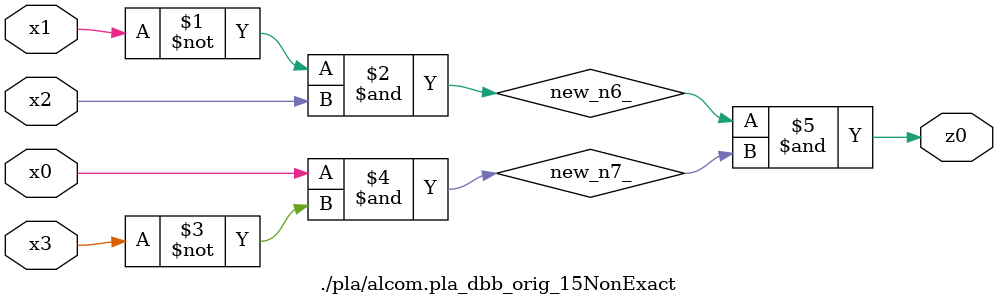
<source format=v>

module \./pla/alcom.pla_dbb_orig_15NonExact  ( 
    x0, x1, x2, x3,
    z0  );
  input  x0, x1, x2, x3;
  output z0;
  wire new_n6_, new_n7_;
  assign new_n6_ = ~x1 & x2;
  assign new_n7_ = x0 & ~x3;
  assign z0 = new_n6_ & new_n7_;
endmodule



</source>
